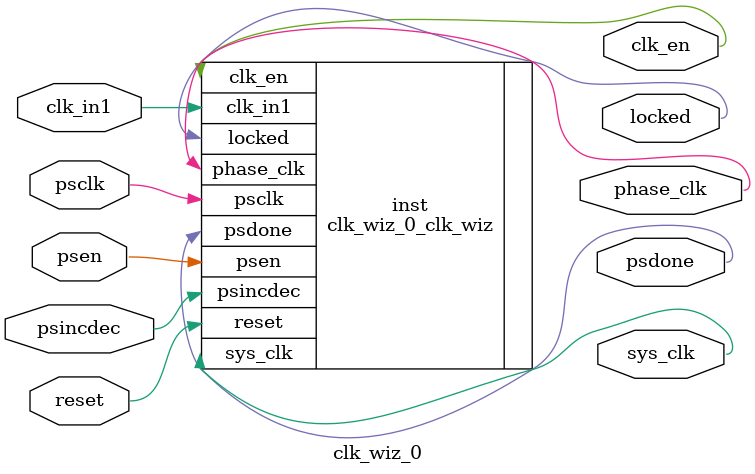
<source format=v>


`timescale 1ps/1ps

(* CORE_GENERATION_INFO = "clk_wiz_0,clk_wiz_v6_0_17_0_0,{component_name=clk_wiz_0,use_phase_alignment=false,use_min_o_jitter=false,use_max_i_jitter=false,use_dyn_phase_shift=true,use_inclk_switchover=false,use_dyn_reconfig=false,enable_axi=0,feedback_source=FDBK_AUTO,PRIMITIVE=MMCM,num_out_clk=3,clkin1_period=10.000,clkin2_period=10.000,use_power_down=false,use_reset=true,use_locked=true,use_inclk_stopped=false,feedback_type=SINGLE,CLOCK_MGR_TYPE=NA,manual_override=false}" *)

module clk_wiz_0 
 (
  // Clock out ports
  output        sys_clk,
  output        phase_clk,
  output        clk_en,
  // Dynamic phase shift ports
  input         psclk,
  input         psen,
  input         psincdec,
  output        psdone,
  // Status and control signals
  input         reset,
  output        locked,
 // Clock in ports
  input         clk_in1
 );

  clk_wiz_0_clk_wiz inst
  (
  // Clock out ports  
  .sys_clk(sys_clk),
  .phase_clk(phase_clk),
  .clk_en(clk_en),
  // Dynamic phase shift ports                
  .psclk(psclk),
  .psen(psen),
  .psincdec(psincdec),
  .psdone(psdone),
  // Status and control signals               
  .reset(reset), 
  .locked(locked),
 // Clock in ports
  .clk_in1(clk_in1)
  );

endmodule

</source>
